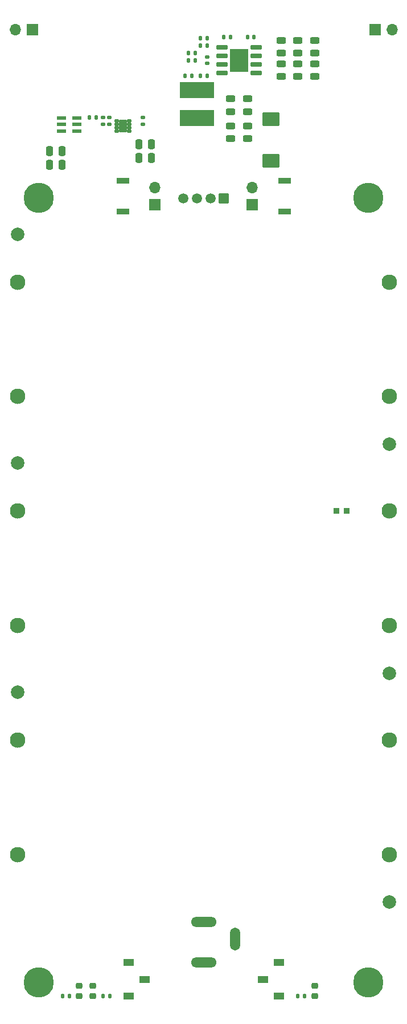
<source format=gts>
G04 #@! TF.GenerationSoftware,KiCad,Pcbnew,8.0.8*
G04 #@! TF.CreationDate,2025-02-18T17:40:16+00:00*
G04 #@! TF.ProjectId,NB3_charger,4e42335f-6368-4617-9267-65722e6b6963,0.0.0*
G04 #@! TF.SameCoordinates,PX67794f8PYa78cb34*
G04 #@! TF.FileFunction,Soldermask,Top*
G04 #@! TF.FilePolarity,Negative*
%FSLAX46Y46*%
G04 Gerber Fmt 4.6, Leading zero omitted, Abs format (unit mm)*
G04 Created by KiCad (PCBNEW 8.0.8) date 2025-02-18 17:40:16*
%MOMM*%
%LPD*%
G01*
G04 APERTURE LIST*
G04 Aperture macros list*
%AMRoundRect*
0 Rectangle with rounded corners*
0 $1 Rounding radius*
0 $2 $3 $4 $5 $6 $7 $8 $9 X,Y pos of 4 corners*
0 Add a 4 corners polygon primitive as box body*
4,1,4,$2,$3,$4,$5,$6,$7,$8,$9,$2,$3,0*
0 Add four circle primitives for the rounded corners*
1,1,$1+$1,$2,$3*
1,1,$1+$1,$4,$5*
1,1,$1+$1,$6,$7*
1,1,$1+$1,$8,$9*
0 Add four rect primitives between the rounded corners*
20,1,$1+$1,$2,$3,$4,$5,0*
20,1,$1+$1,$4,$5,$6,$7,0*
20,1,$1+$1,$6,$7,$8,$9,0*
20,1,$1+$1,$8,$9,$2,$3,0*%
G04 Aperture macros list end*
%ADD10C,2.000000*%
%ADD11C,2.300000*%
%ADD12R,1.700000X1.700000*%
%ADD13O,1.700000X1.700000*%
%ADD14RoundRect,0.243750X0.456250X-0.243750X0.456250X0.243750X-0.456250X0.243750X-0.456250X-0.243750X0*%
%ADD15R,0.806477X0.864008*%
%ADD16RoundRect,0.147500X0.147500X0.172500X-0.147500X0.172500X-0.147500X-0.172500X0.147500X-0.172500X0*%
%ADD17RoundRect,0.135000X0.135000X0.185000X-0.135000X0.185000X-0.135000X-0.185000X0.135000X-0.185000X0*%
%ADD18RoundRect,0.243750X-0.456250X0.243750X-0.456250X-0.243750X0.456250X-0.243750X0.456250X0.243750X0*%
%ADD19RoundRect,0.218750X0.256250X-0.218750X0.256250X0.218750X-0.256250X0.218750X-0.256250X-0.218750X0*%
%ADD20RoundRect,0.250000X-1.025000X0.787500X-1.025000X-0.787500X1.025000X-0.787500X1.025000X0.787500X0*%
%ADD21C,4.500000*%
%ADD22R,1.600000X1.000000*%
%ADD23RoundRect,0.135000X-0.135000X-0.185000X0.135000X-0.185000X0.135000X0.185000X-0.135000X0.185000X0*%
%ADD24O,3.800000X1.500000*%
%ADD25O,1.500000X3.400000*%
%ADD26RoundRect,0.147500X-0.147500X-0.172500X0.147500X-0.172500X0.147500X0.172500X-0.147500X0.172500X0*%
%ADD27RoundRect,0.250000X0.250000X0.475000X-0.250000X0.475000X-0.250000X-0.475000X0.250000X-0.475000X0*%
%ADD28RoundRect,0.250000X-0.250000X-0.475000X0.250000X-0.475000X0.250000X0.475000X-0.250000X0.475000X0*%
%ADD29RoundRect,0.147500X-0.172500X0.147500X-0.172500X-0.147500X0.172500X-0.147500X0.172500X0.147500X0*%
%ADD30RoundRect,0.135000X0.185000X-0.135000X0.185000X0.135000X-0.185000X0.135000X-0.185000X-0.135000X0*%
%ADD31R,1.905000X0.812800*%
%ADD32RoundRect,0.090800X0.261200X0.136200X-0.261200X0.136200X-0.261200X-0.136200X0.261200X-0.136200X0*%
%ADD33RoundRect,0.066240X0.485760X0.835760X-0.485760X0.835760X-0.485760X-0.835760X0.485760X-0.835760X0*%
%ADD34R,1.400000X0.600000*%
%ADD35R,5.100000X2.350000*%
%ADD36R,2.710000X3.400000*%
%ADD37RoundRect,0.150000X0.737500X0.150000X-0.737500X0.150000X-0.737500X-0.150000X0.737500X-0.150000X0*%
%ADD38RoundRect,0.102000X-0.654000X-0.654000X0.654000X-0.654000X0.654000X0.654000X-0.654000X0.654000X0*%
%ADD39C,1.512000*%
G04 APERTURE END LIST*
D10*
X-27649987Y115661830D03*
D11*
X-27649987Y108561754D03*
X27649987Y108561754D03*
D12*
X-25460000Y146000000D03*
D13*
X-28000000Y146000000D03*
D14*
X4000000Y133875000D03*
X4000000Y135750000D03*
D15*
X21253366Y74600000D03*
X19746634Y74600000D03*
D16*
X485000Y139150000D03*
X-485000Y139150000D03*
D17*
X-19977500Y2500000D03*
X-20997500Y2500000D03*
D18*
X11500000Y140937500D03*
X11500000Y139062500D03*
D19*
X-18487500Y2500000D03*
X-18487500Y4075000D03*
D20*
X10000000Y132762500D03*
X10000000Y126537500D03*
D12*
X7250000Y120036754D03*
D13*
X7250000Y122576754D03*
D10*
X-27649987Y47661830D03*
D11*
X-27649987Y40561754D03*
X27649987Y40561754D03*
D21*
X24500000Y121061754D03*
X-24500000Y4561754D03*
D12*
X-7250000Y120036754D03*
D13*
X-7250000Y122576754D03*
D18*
X16500000Y140937500D03*
X16500000Y139062500D03*
X6500000Y131750000D03*
X6500000Y129875000D03*
D16*
X-1265000Y142550000D03*
X-2235000Y142550000D03*
D10*
X-27649987Y81661830D03*
D11*
X-27649987Y74561754D03*
X27649987Y74561754D03*
D22*
X11200000Y2500000D03*
X8800000Y5000000D03*
X11200000Y7500000D03*
D23*
X-15010000Y2500000D03*
X-13990000Y2500000D03*
D24*
X0Y13500254D03*
X0Y7500000D03*
D25*
X4650750Y11000127D03*
D10*
X27649987Y84461678D03*
D11*
X27649987Y91561754D03*
X-27649987Y91561754D03*
D22*
X-11200000Y7500000D03*
X-8800000Y5000000D03*
X-11200000Y2500000D03*
D26*
X-2235000Y141450000D03*
X-1265000Y141450000D03*
D14*
X16500000Y142562500D03*
X16500000Y144437500D03*
D27*
X-21050000Y128000000D03*
X-22950000Y128000000D03*
D28*
X-9650000Y127000000D03*
X-7750000Y127000000D03*
D12*
X25460000Y146000000D03*
D13*
X28000000Y146000000D03*
D23*
X-17020000Y133000000D03*
X-16000000Y133000000D03*
D14*
X14000000Y142562500D03*
X14000000Y144437500D03*
D18*
X4000000Y131750000D03*
X4000000Y129875000D03*
D19*
X-16500000Y2500000D03*
X-16500000Y4075000D03*
D18*
X14000000Y140937500D03*
X14000000Y139062500D03*
D29*
X500000Y141985000D03*
X500000Y141015000D03*
D30*
X-14000000Y132000000D03*
X-14000000Y133020000D03*
D10*
X27649987Y16461678D03*
D11*
X27649987Y23561754D03*
X-27649987Y23561754D03*
D21*
X-24500000Y121061754D03*
D16*
X-1765000Y139150000D03*
X-2735000Y139150000D03*
D17*
X15010000Y2500000D03*
X13990000Y2500000D03*
D30*
X-15000000Y132000000D03*
X-15000000Y133020000D03*
D31*
X-12000000Y123597400D03*
X-12000000Y119000000D03*
D32*
X-11050000Y131000000D03*
X-11050000Y131500000D03*
X-11050000Y132000000D03*
X-11050000Y132500000D03*
X-12950000Y132500000D03*
X-12950000Y132000000D03*
X-12950000Y131500000D03*
X-12950000Y131000000D03*
D33*
X-12000000Y131750000D03*
D21*
X24500000Y4561754D03*
D34*
X-18835000Y131000000D03*
X-18835000Y131950000D03*
X-18835000Y132900000D03*
X-21165000Y132900000D03*
X-21165000Y131950000D03*
X-21165000Y131000000D03*
D26*
X-485000Y143650000D03*
X485000Y143650000D03*
D14*
X6500000Y133875000D03*
X6500000Y135750000D03*
D28*
X-9650000Y129000000D03*
X-7750000Y129000000D03*
D14*
X11500000Y142562500D03*
X11500000Y144437500D03*
D19*
X16500000Y2500000D03*
X16500000Y4075000D03*
D26*
X-485000Y144750000D03*
X485000Y144750000D03*
D35*
X-1000000Y137075000D03*
X-1000000Y132925000D03*
D16*
X7485000Y144950000D03*
X6515000Y144950000D03*
D26*
X3015000Y144950000D03*
X3985000Y144950000D03*
D36*
X5250000Y141500000D03*
D37*
X7812500Y139595000D03*
X7812500Y140865000D03*
X7812500Y142135000D03*
X7812500Y143405000D03*
X2687500Y143405000D03*
X2687500Y142135000D03*
X2687500Y140865000D03*
X2687500Y139595000D03*
D30*
X-9000000Y131980000D03*
X-9000000Y133000000D03*
D10*
X27649987Y50461678D03*
D11*
X27649987Y57561754D03*
X-27649987Y57561754D03*
D31*
X12000000Y123597400D03*
X12000000Y119000000D03*
D27*
X-21050000Y126000000D03*
X-22950000Y126000000D03*
D38*
X3000000Y121011754D03*
D39*
X1000000Y121011754D03*
X-1000000Y121011754D03*
X-3000000Y121011754D03*
M02*

</source>
